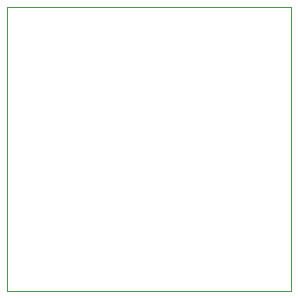
<source format=gbr>
%TF.GenerationSoftware,KiCad,Pcbnew,(5.1.5)-3*%
%TF.CreationDate,2020-05-01T16:03:37+02:00*%
%TF.ProjectId,SX1280_module,53583132-3830-45f6-9d6f-64756c652e6b,rev?*%
%TF.SameCoordinates,Original*%
%TF.FileFunction,Profile,NP*%
%FSLAX46Y46*%
G04 Gerber Fmt 4.6, Leading zero omitted, Abs format (unit mm)*
G04 Created by KiCad (PCBNEW (5.1.5)-3) date 2020-05-01 16:03:37*
%MOMM*%
%LPD*%
G04 APERTURE LIST*
%TA.AperFunction,Profile*%
%ADD10C,0.050000*%
%TD*%
G04 APERTURE END LIST*
D10*
X131000000Y-123000000D02*
X107000000Y-123000000D01*
X131000000Y-99000000D02*
X131000000Y-123000000D01*
X107000000Y-99000000D02*
X131000000Y-99000000D01*
X107000000Y-123000000D02*
X107000000Y-99000000D01*
M02*

</source>
